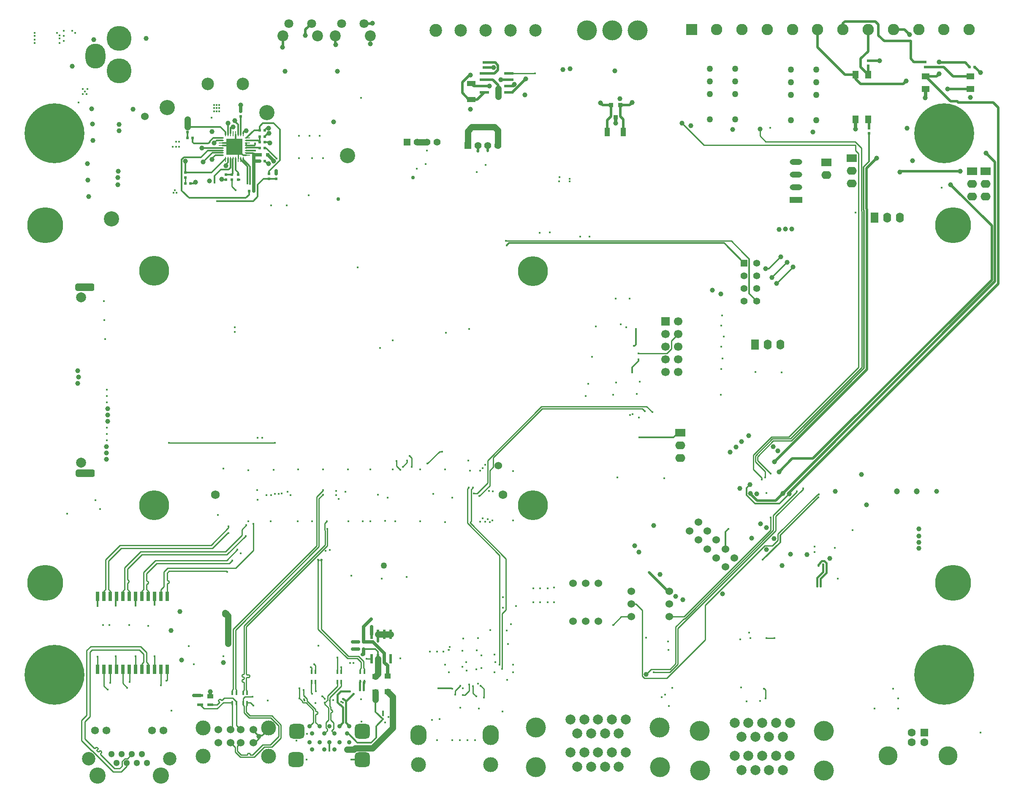
<source format=gbl>
G04 Layer_Physical_Order=6*
G04 Layer_Color=16711680*
%FSLAX44Y44*%
%MOMM*%
G71*
G01*
G75*
%ADD10C,0.3810*%
%ADD11C,0.2540*%
%ADD14R,0.5000X0.5000*%
%ADD15R,0.5000X0.5000*%
%ADD23R,0.4500X0.4000*%
%ADD29R,0.9000X0.9500*%
%ADD30R,0.9000X0.9500*%
%ADD34R,0.8000X0.8000*%
%ADD35R,1.2000X1.1000*%
%ADD42R,0.5000X0.6000*%
%ADD44R,0.6000X0.5000*%
%ADD57R,0.5588X1.9812*%
%ADD58R,1.5000X1.3000*%
%ADD59R,1.3000X1.5000*%
%ADD67R,0.4000X0.9024*%
%ADD83C,0.2500*%
%ADD84C,0.3048*%
%ADD85C,0.6350*%
%ADD86C,0.5080*%
%ADD87C,1.2700*%
%ADD107C,1.5240*%
%ADD108C,1.7000*%
%ADD109R,1.7000X1.7000*%
%ADD110C,2.7000*%
%ADD111C,1.3000*%
%ADD112C,3.2500*%
%ADD113C,1.5748*%
%ADD114C,1.3970*%
%ADD115R,1.3970X1.3970*%
%ADD116C,0.9000*%
G04:AMPARAMS|DCode=117|XSize=3mm|YSize=3mm|CornerRadius=0.75mm|HoleSize=0mm|Usage=FLASHONLY|Rotation=90.000|XOffset=0mm|YOffset=0mm|HoleType=Round|Shape=RoundedRectangle|*
%AMROUNDEDRECTD117*
21,1,3.0000,1.5000,0,0,90.0*
21,1,1.5000,3.0000,0,0,90.0*
1,1,1.5000,0.7500,0.7500*
1,1,1.5000,0.7500,-0.7500*
1,1,1.5000,-0.7500,-0.7500*
1,1,1.5000,-0.7500,0.7500*
%
%ADD117ROUNDEDRECTD117*%
%ADD118C,3.0000*%
%ADD119C,1.4000*%
%ADD120R,1.4000X1.4000*%
%ADD121C,5.0000*%
%ADD122O,4.0000X5.0000*%
%ADD123C,3.8000*%
%ADD124R,1.6000X1.6000*%
%ADD125C,1.6000*%
%ADD126C,4.0000*%
%ADD127C,2.0000*%
%ADD128O,2.0000X1.6000*%
%ADD129R,2.0000X1.6000*%
%ADD130O,1.6000X2.0000*%
%ADD131R,1.6000X2.0000*%
%ADD132C,1.2700*%
%ADD133C,1.2000*%
%ADD134R,2.2860X2.2860*%
%ADD135C,2.2860*%
%ADD136C,2.5000*%
%ADD137O,2.5000X2.6000*%
%ADD138C,1.8000*%
%ADD139C,2.2000*%
%ADD140R,2.5000X1.2000*%
%ADD141O,2.5000X1.2000*%
%ADD142C,3.0000*%
%ADD143O,3.3000X4.0000*%
%ADD144C,3.0480*%
G04:AMPARAMS|DCode=145|XSize=1.524mm|YSize=3.81mm|CornerRadius=0.381mm|HoleSize=0mm|Usage=FLASHONLY|Rotation=90.000|XOffset=0mm|YOffset=0mm|HoleType=Round|Shape=RoundedRectangle|*
%AMROUNDEDRECTD145*
21,1,1.5240,3.0480,0,0,90.0*
21,1,0.7620,3.8100,0,0,90.0*
1,1,0.7620,1.5240,0.3810*
1,1,0.7620,1.5240,-0.3810*
1,1,0.7620,-1.5240,-0.3810*
1,1,0.7620,-1.5240,0.3810*
%
%ADD145ROUNDEDRECTD145*%
%ADD146C,1.7526*%
%ADD147C,0.4500*%
%ADD148C,1.0000*%
%ADD149C,0.7620*%
%ADD150C,0.4500*%
%ADD151C,12.0000*%
%ADD152C,7.2000*%
%ADD153C,6.0000*%
%ADD199R,1.1684X0.5334*%
%ADD200R,1.1684X0.9398*%
%ADD201R,1.1056X1.8000*%
%ADD202R,1.8000X1.1056*%
%ADD203R,0.7620X1.9050*%
%ADD204R,1.9812X0.5334*%
%ADD205R,3.3000X3.3000*%
%ADD206R,1.0160X0.2300*%
%ADD207R,0.2300X1.0160*%
%ADD208C,0.2032*%
D10*
X791210Y223350D02*
X792290Y224430D01*
X798830Y222970D02*
X800290Y224430D01*
X1726489Y442519D02*
Y462290D01*
X1714845Y430875D02*
X1726489Y442519D01*
X1722883Y465895D02*
X1726489Y462290D01*
X1720334Y444580D02*
Y459740D01*
X1717784Y465895D02*
X1722883D01*
X1708345Y432592D02*
X1720334Y444580D01*
X1708345Y415290D02*
Y432592D01*
X1714845Y415290D02*
Y430875D01*
X1710690Y458801D02*
X1717784Y465895D01*
X1710690Y457200D02*
Y458801D01*
X798830Y207010D02*
Y222970D01*
X791210Y207010D02*
Y223350D01*
X746760Y182855D02*
X757505Y172110D01*
X746760Y182855D02*
Y185420D01*
X762915Y184595D02*
X763315Y184195D01*
X762915Y184595D02*
Y184830D01*
X758325Y189420D02*
X762915Y184830D01*
X757260Y189420D02*
X758325D01*
X763315Y184195D02*
X778510Y199390D01*
X763315Y141725D02*
Y184195D01*
X753110Y204470D02*
X770890D01*
X746760Y198120D02*
X753110Y204470D01*
X746760Y185420D02*
Y198120D01*
X763315Y141725D02*
X770410Y134630D01*
X750410D02*
X757505Y141725D01*
Y172110D01*
X707585Y468630D02*
X707930Y468285D01*
X713740D02*
X714085Y468630D01*
D11*
X1790770Y854780D02*
Y1284227D01*
X1797050Y1169149D02*
Y1295400D01*
Y1169149D02*
X1798260Y1167939D01*
Y854621D02*
Y1167939D01*
X1651460Y715470D02*
X1790770Y854780D01*
X1655069Y711430D02*
X1798260Y854621D01*
X1615440Y528320D02*
Y553720D01*
X1620520Y557972D02*
X1667510Y604962D01*
X1620520Y527687D02*
Y557972D01*
X1625600Y555627D02*
X1680210Y610237D01*
X1625600Y527050D02*
Y555627D01*
X1336040Y379730D02*
X1344930D01*
X1357480Y235542D02*
Y367180D01*
X1344930Y379730D02*
X1357480Y367180D01*
X1415890Y907890D02*
X1430020Y922020D01*
X1415890Y891952D02*
Y907890D01*
X1406588Y882650D02*
X1415890Y891952D01*
X1350010Y882650D02*
X1406588D01*
X539750Y1297940D02*
X547250Y1290440D01*
X1629838Y507772D02*
Y520608D01*
X1708611Y599380D01*
X1710630D02*
X1711444Y600194D01*
X1708611Y599380D02*
X1710630D01*
X1711444Y600194D02*
Y600366D01*
X1315720Y354330D02*
X1336040D01*
X1299210Y337820D02*
X1315720Y354330D01*
X1357480Y235542D02*
X1362032Y230990D01*
X1407007D01*
X1483993Y307977D01*
X1618786Y496720D02*
X1629838Y507772D01*
X1441220Y350290D02*
X1443123D01*
X1424940Y334010D02*
X1441220Y350290D01*
X1412240Y354330D02*
X1441450D01*
X1424940Y260350D02*
Y334010D01*
X1428980Y258677D02*
Y330430D01*
X1143000Y1445260D02*
X1143000Y1445260D01*
X1090168Y1445260D02*
X1143000D01*
X1601470Y209550D02*
X1602740D01*
X1605280Y207010D01*
Y190500D02*
Y207010D01*
X1606550Y311150D02*
X1623060D01*
X1667510Y604962D02*
Y605790D01*
X1680210Y610237D02*
Y611558D01*
X1380490Y242570D02*
X1412873D01*
X1428980Y258677D01*
X1413510Y248920D02*
X1424940Y260350D01*
X1375410Y248920D02*
X1413510D01*
X1365250Y238760D02*
X1375410Y248920D01*
X514510Y1232060D02*
Y1232440D01*
X514754Y1232684D01*
X1588770Y668020D02*
X1615440Y641350D01*
X1588770Y668020D02*
Y675804D01*
X1620356Y707390D01*
X1584730Y677478D02*
X1618682Y711430D01*
X1584730Y664961D02*
Y677478D01*
Y664961D02*
X1604010Y645681D01*
Y633730D02*
Y645681D01*
X1593850Y1319530D02*
X1605280Y1308100D01*
X1593850Y1319530D02*
Y1333500D01*
X1605280Y1308100D02*
X1784350D01*
X1797050Y1295400D01*
X1437640Y1344930D02*
X1481137Y1301433D01*
X1785303D01*
Y1289694D02*
Y1301433D01*
Y1289694D02*
X1790770Y1284227D01*
X1617009Y715470D02*
X1651460D01*
X1580690Y679151D02*
X1617009Y715470D01*
X1580690Y649951D02*
Y679151D01*
X1597660Y629920D02*
Y632981D01*
X1580690Y649951D02*
X1597660Y632981D01*
X1618682Y711430D02*
X1655069D01*
X1620356Y707390D02*
X1657101D01*
X1657226Y707514D01*
X441960Y1224280D02*
Y1235710D01*
X1603332Y496720D02*
X1618786D01*
X1483993Y307977D02*
Y377382D01*
X1441450Y354330D02*
X1615440Y528320D01*
X1443123Y350290D02*
X1620520Y527687D01*
X1428980Y330430D02*
X1625600Y527050D01*
X1483993Y377382D02*
X1603332Y496720D01*
X753942Y183670D02*
Y184571D01*
X757093Y181420D02*
X757260D01*
X716280Y194310D02*
X716320D01*
X721020Y189610D01*
X678303Y188560D02*
X679041D01*
X680553Y186310D02*
X680720D01*
X302260Y250225D02*
Y274990D01*
X303530Y248955D02*
X304800Y250225D01*
X265430Y248955D02*
Y273720D01*
X379730Y248955D02*
Y274990D01*
X302260Y250225D02*
X303530Y248955D01*
X707585Y329355D02*
Y468630D01*
X792290Y242930D02*
Y243692D01*
Y249474D01*
X794020Y251204D01*
X707585Y329355D02*
X766430Y270510D01*
X794020Y251204D02*
Y262890D01*
X766430Y270510D02*
X786400D01*
X794020Y262890D01*
X714085Y329275D02*
X768310Y275050D01*
X800290Y243692D02*
Y249474D01*
X798560Y251204D02*
X800290Y249474D01*
Y242930D02*
Y243692D01*
X714085Y329275D02*
Y468630D01*
X798560Y251204D02*
Y264771D01*
X768310Y275050D02*
X788280D01*
X798560Y264771D01*
X534670Y1217930D02*
Y1232060D01*
Y1217930D02*
X542290Y1210310D01*
X600550Y1295400D02*
X603250D01*
X624840Y1273810D01*
X458470Y196250D02*
X458520Y196200D01*
X678303Y188560D02*
X680553Y186310D01*
X753942Y184571D02*
X757093Y181420D01*
X547250Y1273940D02*
Y1290440D01*
X514510Y1232060D02*
X523240D01*
D14*
X798830Y289560D02*
D03*
X788830D02*
D03*
X798830Y303530D02*
D03*
X788830D02*
D03*
X590710Y1268730D02*
D03*
X600710D02*
D03*
X600550Y1295400D02*
D03*
X590550D02*
D03*
X590710Y1330960D02*
D03*
X600710D02*
D03*
D15*
X441960Y1245710D02*
D03*
Y1235710D02*
D03*
X445770Y1327150D02*
D03*
Y1337150D02*
D03*
X1040130Y1466850D02*
D03*
Y1456850D02*
D03*
D23*
X848700Y152590D02*
D03*
X838200Y148590D02*
D03*
Y156590D02*
D03*
X731520Y185610D02*
D03*
X721020Y181610D02*
D03*
Y189610D02*
D03*
X746760Y185420D02*
D03*
X757260Y189420D02*
D03*
Y181420D02*
D03*
X670220Y190310D02*
D03*
X680720Y194310D02*
D03*
Y186310D02*
D03*
D29*
X1294790Y1381560D02*
D03*
X1304290Y1356560D02*
D03*
D30*
X1313790Y1381560D02*
D03*
D34*
X591820Y1281430D02*
D03*
X606820D02*
D03*
D35*
X822960Y233940D02*
D03*
Y202940D02*
D03*
X847090Y235210D02*
D03*
Y204210D02*
D03*
D42*
X569040Y1209040D02*
D03*
X579040D02*
D03*
X441960Y1224280D02*
D03*
X451960D02*
D03*
X455850Y1315720D02*
D03*
X445850D02*
D03*
X600550Y1318260D02*
D03*
X590550D02*
D03*
X600630Y1306830D02*
D03*
X590630D02*
D03*
X2014220Y1457960D02*
D03*
X2024220D02*
D03*
D44*
X623570Y1243330D02*
D03*
Y1233330D02*
D03*
X609600Y1243330D02*
D03*
Y1233330D02*
D03*
X552450Y1358900D02*
D03*
Y1368900D02*
D03*
X547370Y1232060D02*
D03*
Y1242060D02*
D03*
X523240D02*
D03*
Y1232060D02*
D03*
X534670Y1242060D02*
D03*
Y1232060D02*
D03*
X1811020Y1460500D02*
D03*
Y1470500D02*
D03*
X1812290Y1324690D02*
D03*
Y1334690D02*
D03*
X1925320Y1468120D02*
D03*
Y1458120D02*
D03*
D57*
X815340Y270002D02*
D03*
X828040D02*
D03*
X840740D02*
D03*
X853440D02*
D03*
Y319278D02*
D03*
X840740D02*
D03*
X828040D02*
D03*
X815340D02*
D03*
D58*
X1925490Y1413510D02*
D03*
Y1438910D02*
D03*
X2015490Y1413510D02*
D03*
Y1438910D02*
D03*
D59*
X1785620Y1442720D02*
D03*
X1811020D02*
D03*
X1785620Y1352720D02*
D03*
X1811020D02*
D03*
D67*
X746380Y243692D02*
D03*
X754380D02*
D03*
X746380Y223668D02*
D03*
X754380D02*
D03*
X702500D02*
D03*
X694500D02*
D03*
X800290D02*
D03*
X792290D02*
D03*
X557340Y201182D02*
D03*
X565340D02*
D03*
X557340Y181158D02*
D03*
X565340D02*
D03*
X543750D02*
D03*
X535750D02*
D03*
X702500Y243692D02*
D03*
X694500D02*
D03*
X800290D02*
D03*
X792290D02*
D03*
X543750Y201182D02*
D03*
X535750D02*
D03*
D83*
X694119Y224049D02*
X694500Y224430D01*
X694079Y224009D02*
X694119Y224049D01*
X694079Y223668D02*
Y224009D01*
Y201271D02*
Y223668D01*
X557340Y201182D02*
Y205420D01*
Y200420D02*
Y201182D01*
X565340Y181920D02*
X571860D01*
X517800D02*
X535750D01*
X732660Y147061D02*
X738886Y140835D01*
Y129606D02*
Y140835D01*
X734660Y125380D02*
X738886Y129606D01*
X556226Y223480D02*
X557840D01*
Y238480D02*
X559090Y239730D01*
X554976Y234730D02*
X556226Y233480D01*
X557840Y223480D02*
X559090Y222230D01*
X556226Y238480D02*
X557840D01*
X554976Y234730D02*
Y237230D01*
X556226Y233480D02*
X557840D01*
X559090Y229730D02*
Y232230D01*
X557840Y228480D02*
X559090Y229730D01*
X554976Y224730D02*
Y227230D01*
X556226Y228480D01*
X554976Y224730D02*
X556226Y223480D01*
Y228480D02*
X557840D01*
X554976Y237230D02*
X556226Y238480D01*
X557840Y233480D02*
X559090Y232230D01*
X721940Y498724D02*
Y527050D01*
X559090Y335874D02*
X721940Y498724D01*
X559090Y239730D02*
Y335874D01*
Y207170D02*
Y222230D01*
X325830Y421540D02*
X328330Y424040D01*
X325830Y429040D02*
X328330Y426540D01*
X325830Y408880D02*
Y421540D01*
X328330Y424040D02*
Y426540D01*
X524812Y478790D02*
X562610Y516588D01*
X354632Y478790D02*
X524812D01*
X325830Y449988D02*
X354632Y478790D01*
X325830Y429040D02*
Y449988D01*
Y408880D02*
X328930Y405780D01*
X407673Y421520D02*
X408923Y422770D01*
X406380Y421520D02*
X407673D01*
X405130Y427770D02*
X406380Y426520D01*
X407673D01*
X405130Y420270D02*
X406380Y421520D01*
X408923Y422770D02*
Y425270D01*
X407673Y426520D02*
X408923Y425270D01*
X405130Y427770D02*
Y441960D01*
Y395005D02*
Y420270D01*
X408940Y445770D02*
X524510D01*
X405130Y441960D02*
X408940Y445770D01*
X365180Y420250D02*
X365996D01*
X363930Y419000D02*
X365180Y420250D01*
Y425250D02*
X365996D01*
X363930Y426500D02*
Y441098D01*
Y408880D02*
Y419000D01*
Y426500D02*
X365180Y425250D01*
X365996D02*
X367246Y424000D01*
Y421500D02*
Y424000D01*
X365996Y420250D02*
X367246Y421500D01*
X529590Y461010D02*
X535940Y467360D01*
X383842Y461010D02*
X529590D01*
X363930Y441098D02*
X383842Y461010D01*
X363930Y408880D02*
X367030Y405780D01*
X492910Y497990D02*
X528320Y533400D01*
X310030Y497990D02*
X492910D01*
X281230Y469190D02*
X310030Y497990D01*
X281230Y408880D02*
Y469190D01*
X278130Y405780D02*
X281230Y408880D01*
X392430Y395005D02*
Y408472D01*
X398630Y414672D01*
X357430Y408880D02*
Y443790D01*
X319330Y408880D02*
Y452680D01*
X1031240Y596900D02*
X1051670Y617330D01*
X1026795Y601980D02*
X1047670Y622855D01*
X576580Y76870D02*
X596900Y97190D01*
X612140D01*
X579700Y72370D02*
X600020Y92690D01*
X615260D01*
X515011Y186751D02*
X519430Y191170D01*
X507935Y184987D02*
Y186755D01*
X511471Y188523D02*
X513243Y186751D01*
X515011D01*
X507935Y184987D02*
X510540Y182382D01*
X509703Y188523D02*
X511471D01*
X510540Y182280D02*
Y182382D01*
X507935Y186755D02*
X509703Y188523D01*
X536139Y191170D02*
X543750Y183559D01*
X519430Y191170D02*
X536139D01*
X505460Y177200D02*
X510540Y182280D01*
X705372Y163630D02*
X706622Y162380D01*
X705372Y158630D02*
X706622Y159880D01*
X703910Y158630D02*
X705372D01*
X702660Y157380D02*
X703910Y158630D01*
X702660Y164880D02*
X703910Y163630D01*
X702660Y164880D02*
Y168574D01*
X706622Y159880D02*
Y162380D01*
X702660Y142380D02*
Y157380D01*
X703910Y163630D02*
X705372D01*
X685720Y185514D02*
Y189449D01*
Y185514D02*
X702660Y168574D01*
Y142380D02*
X710410Y134630D01*
X571970Y76870D02*
X576580D01*
X565470D02*
X566220Y77620D01*
X546100Y84490D02*
Y94650D01*
X566220Y77620D02*
Y79561D01*
X546100Y84490D02*
X553720Y76870D01*
X612140Y97190D02*
X628650Y113700D01*
X571220Y77620D02*
X571970Y76870D01*
X571220Y77620D02*
Y79561D01*
X566970Y80311D02*
X570470D01*
X566220Y79561D02*
X566970Y80311D01*
X553720Y76870D02*
X565470D01*
X570470Y80311D02*
X571220Y79561D01*
X546100Y94650D02*
X552450Y101000D01*
X628650Y113700D02*
Y135302D01*
X612842Y151110D02*
X628650Y135302D01*
X569346Y151110D02*
X612842D01*
X559090Y161366D02*
X569346Y151110D01*
X559090Y161366D02*
Y175170D01*
X633150Y110580D02*
Y137166D01*
X615260Y92690D02*
X633150Y110580D01*
X551856Y72370D02*
X579700D01*
X561340Y193710D02*
X576580D01*
X557530Y189900D02*
X561340Y193710D01*
X557530Y182110D02*
Y189900D01*
X557340Y181920D02*
X557530Y182110D01*
X571860Y181920D02*
X577850Y175930D01*
X478790Y169580D02*
X505460D01*
X517800Y181920D01*
X543750Y181158D02*
Y183559D01*
X532450Y101000D02*
X541600Y91850D01*
Y82626D02*
Y91850D01*
Y82626D02*
X551856Y72370D01*
X614706Y155610D02*
X633150Y137166D01*
X571210Y155610D02*
X614706D01*
X563590Y163230D02*
X571210Y155610D01*
X563590Y163230D02*
Y175170D01*
X565340Y176920D01*
X557340D02*
X559090Y175170D01*
X543750Y135900D02*
X552450Y127200D01*
X532450D02*
X535750Y130500D01*
X698160Y142380D02*
Y166710D01*
X683310Y181560D02*
X698160Y166710D01*
X677331Y181560D02*
X683310D01*
X726520Y195110D02*
X746380Y214970D01*
X726520Y186971D02*
Y195110D01*
X721159Y181610D02*
X726520Y186971D01*
X721020Y181610D02*
X721159D01*
X731520Y191770D02*
X754380Y214630D01*
X731520Y185610D02*
Y191770D01*
X723160Y142061D02*
X728160Y147061D01*
X723160Y131627D02*
X726160Y128627D01*
Y125380D02*
Y128627D01*
X723160Y131627D02*
Y142061D01*
X721020Y178360D02*
Y181610D01*
X720410Y119630D02*
X726160Y125380D01*
X731520Y174224D02*
Y185610D01*
X702500Y205550D02*
X703580Y204470D01*
X694079Y201271D02*
X695397Y199953D01*
X678370Y196660D02*
X680720Y194310D01*
X678370Y196660D02*
Y207200D01*
X670220Y190310D02*
Y210186D01*
X683970Y191060D02*
X684109D01*
X685720Y189449D01*
X680720Y194310D02*
X683970Y191060D01*
X675720Y183171D02*
Y184810D01*
X690410Y134630D02*
X698160Y142380D01*
X670220Y190310D02*
X675720Y184810D01*
Y183171D02*
X677331Y181560D01*
X354330Y259730D02*
X357430Y262830D01*
X363930Y262830D02*
X367030Y259730D01*
X363930Y262830D02*
Y282202D01*
X233600Y142109D02*
Y146251D01*
X240030Y139347D02*
X240100Y139417D01*
X254302Y287690D02*
X349250D01*
X251610Y294190D02*
X351942D01*
X363930Y282202D01*
X349250Y287690D02*
X357430Y279510D01*
Y262830D02*
Y279510D01*
X256660Y91990D02*
X257153D01*
X240030Y108620D02*
X256660Y91990D01*
X240030Y108620D02*
Y139347D01*
X253967Y85490D02*
X254461D01*
X233530Y105928D02*
Y142039D01*
Y105928D02*
X253967Y85490D01*
X296961Y42990D02*
X312572D01*
X254461Y85490D02*
X296961Y42990D01*
X323930Y54348D02*
Y60340D01*
X312572Y42990D02*
X323930Y54348D01*
X278130Y215030D02*
X285480Y207680D01*
X316230Y220380D02*
X325120Y211490D01*
Y211346D02*
Y211490D01*
X330200Y222920D02*
Y247445D01*
X392430Y216570D02*
X392502Y216498D01*
X403860Y225460D02*
X405130Y226730D01*
X328930Y248955D02*
X330320Y247565D01*
X290830Y221650D02*
Y248955D01*
X278130Y215030D02*
Y248955D01*
X405130Y226730D02*
Y248955D01*
X392430Y216570D02*
Y248955D01*
X316230Y220380D02*
Y248955D01*
X367030D02*
Y259730D01*
X354330Y248955D02*
Y259730D01*
X299653Y49490D02*
X309880D01*
X314680Y54290D01*
Y64172D01*
X320098Y69590D01*
X325480D01*
X334030Y78140D01*
X269459Y85101D02*
X271227D01*
X258796Y90347D02*
X260564D01*
X262388Y92172D02*
X264156D01*
X271171Y79741D02*
X272995Y81565D01*
X264100Y85044D02*
X265867Y83276D01*
X264100Y86812D02*
X265924Y88636D01*
Y90404D01*
X260564Y90347D02*
X262388Y92172D01*
X265867Y83276D02*
X267635D01*
X269459Y85101D01*
X271171Y77973D02*
X299653Y49490D01*
X272995Y81565D02*
Y83333D01*
X264100Y85044D02*
Y86812D01*
X264156Y92172D02*
X265924Y90404D01*
X271171Y77973D02*
Y79741D01*
X257153Y91990D02*
X258796Y90347D01*
X271227Y85101D02*
X272995Y83333D01*
X491490Y177200D02*
X505460D01*
X471170D02*
X478790Y169580D01*
X721020Y178360D02*
X728160Y171220D01*
Y147061D02*
Y171220D01*
X731520Y174224D02*
X732660Y173084D01*
X734660Y125380D02*
X740410Y119630D01*
X732660Y168271D02*
Y173084D01*
X734676Y167021D02*
X735926Y165771D01*
X732660Y168271D02*
X733910Y167021D01*
Y162021D02*
X734676D01*
X733910Y167021D02*
X734676D01*
Y162021D02*
X735926Y163271D01*
X732660Y160771D02*
X733910Y162021D01*
X732660Y147061D02*
Y160771D01*
X735926Y163271D02*
Y165771D01*
X543750Y135900D02*
Y181158D01*
X754380Y214630D02*
Y223668D01*
Y224430D01*
X565340Y176920D02*
Y181158D01*
Y181920D01*
X746380Y214970D02*
Y223668D01*
Y224430D01*
X702500Y205550D02*
Y223668D01*
Y224430D01*
X557340Y176920D02*
Y181158D01*
Y181920D01*
X535750Y130500D02*
Y181158D01*
Y181920D01*
X982980Y205740D02*
X993140Y215900D01*
X982980Y198120D02*
Y205740D01*
X1001950Y196770D02*
X1010920Y205740D01*
X998140Y196770D02*
X1001950D01*
X1010920Y205740D02*
Y218440D01*
X1040130Y191770D02*
Y209550D01*
X1033780Y215900D02*
X1040130Y209550D01*
X233530Y146321D02*
X243840Y156631D01*
Y286420D01*
X251610Y294190D01*
X240100Y139417D02*
Y143699D01*
X250340Y153939D01*
Y283728D01*
X254302Y287690D01*
X341630Y248955D02*
Y274990D01*
X319330Y452680D02*
X351940Y485290D01*
X316230Y395005D02*
Y405780D01*
X319330Y408880D01*
X328930Y395005D02*
Y405780D01*
X357430Y443790D02*
X381150Y467510D01*
X367030Y395005D02*
Y405780D01*
X354330Y395005D02*
Y405780D01*
X357430Y408880D01*
X398630Y414672D02*
Y444652D01*
X406248Y452270D01*
X702500Y242930D02*
Y243692D01*
X754380Y242930D02*
Y243692D01*
X746380Y242930D02*
Y243692D01*
X1071880Y257930D02*
Y477520D01*
X1007110Y542290D02*
X1071880Y477520D01*
X1076960Y249350D02*
Y360680D01*
X1084580Y368300D01*
Y470779D01*
X1012190Y543169D02*
X1084580Y470779D01*
X287730Y408880D02*
X290830Y405780D01*
Y395005D02*
Y405780D01*
X287730Y466498D02*
X312722Y491490D01*
X495602D01*
X528320Y533400D02*
Y535940D01*
X495602Y491490D02*
X526082Y521970D01*
X528320D01*
X381150Y467510D02*
X524510D01*
X545950Y488950D01*
X351940Y485290D02*
X522120D01*
X554990Y518160D02*
Y529336D01*
X563880Y538226D01*
X522120Y485290D02*
X554990Y518160D01*
X406248Y452270D02*
X542440D01*
X577850Y487680D01*
Y541020D01*
X524510Y445770D02*
X525780Y444500D01*
X535750Y200420D02*
Y201182D01*
Y206944D01*
X537500Y208694D01*
Y329234D01*
X704850Y496584D01*
X543750Y201182D02*
Y206944D01*
X542000Y208694D02*
Y327370D01*
Y208694D02*
X543750Y206944D01*
X542000Y327370D02*
X709350Y494720D01*
X563590Y207170D02*
Y231710D01*
X564840Y232960D01*
X563590Y207170D02*
X565340Y205420D01*
X563590Y239210D02*
X564840Y237960D01*
X563590Y239210D02*
Y334010D01*
X564840Y232960D02*
X568680D01*
X563590Y334010D02*
X726440Y496860D01*
X564840Y237960D02*
X568680D01*
X565340Y200420D02*
Y201182D01*
Y205420D01*
X568680Y232960D02*
X569930Y234210D01*
Y236710D01*
X568680Y237960D02*
X569930Y236710D01*
X557340Y205420D02*
X559090Y207170D01*
X726440Y496860D02*
Y530860D01*
X720940Y528050D02*
X721940Y527050D01*
X720940Y528050D02*
Y541870D01*
X725170Y546100D01*
X717550Y607880D02*
Y608330D01*
X704850Y496584D02*
Y595180D01*
X717550Y607880D01*
X709350Y494720D02*
Y591240D01*
X717550Y599440D01*
X804418Y270002D02*
X815340D01*
X951230Y685800D02*
X956310D01*
X927100Y661670D02*
X951230Y685800D01*
X895350Y655320D02*
Y673100D01*
X891540Y676910D02*
X895350Y673100D01*
X877398Y655148D02*
X886460Y664210D01*
Y668020D01*
X864990Y656470D02*
Y666870D01*
Y656470D02*
X872490Y648970D01*
X1155700Y775970D02*
X1366520D01*
X1377730Y764760D01*
X1019810Y601980D02*
X1026795D01*
X1157357Y771970D02*
X1357820D01*
X1362710Y767080D01*
X1084580Y1108710D02*
X1535897D01*
X1559560Y1085047D01*
X694500Y243692D02*
Y251650D01*
X693420Y252730D02*
X694500Y251650D01*
X699770Y259080D02*
X702500Y256350D01*
Y243692D02*
Y256350D01*
X754380Y243692D02*
Y252730D01*
X746380Y243692D02*
Y272670D01*
X408940Y703580D02*
X621030D01*
X1051670Y647700D02*
X1058970Y655000D01*
X1051670Y617330D02*
Y647700D01*
X1058970Y673583D02*
X1157357Y771970D01*
X1047670Y622855D02*
Y667940D01*
X1155700Y775970D01*
X1058970Y655000D02*
Y673583D01*
X287730Y408880D02*
Y466498D01*
X278130Y395005D02*
Y405780D01*
X1018540Y200660D02*
Y214630D01*
Y200660D02*
X1024890Y194310D01*
X1012190Y543169D02*
X1014810Y545789D01*
Y609680D01*
X1007110Y542290D02*
X1007190Y542370D01*
X1014810Y609680D02*
X1018540Y613410D01*
X1009650Y613344D02*
Y613872D01*
X1007190Y610883D02*
X1009650Y613344D01*
X1007190Y542370D02*
Y610883D01*
D84*
X1801344Y1170928D02*
Y1256763D01*
Y1170928D02*
X1802554Y1169718D01*
Y852843D02*
Y1169718D01*
X1657226Y707514D02*
X1802554Y852843D01*
X969199Y287247D02*
X970225D01*
X1420680Y714560D02*
X1430020Y723900D01*
X1351730Y714560D02*
X1420680D01*
X1572109Y1003451D02*
X1587500Y988060D01*
X1572109Y1003451D02*
Y1072498D01*
X1341120Y897890D02*
X1342390D01*
X1344930Y900430D01*
Y932180D01*
X1337310Y854710D02*
X1350010Y867410D01*
Y871220D01*
X1337310Y844550D02*
Y854710D01*
X586740Y1197610D02*
Y1221740D01*
X577850Y1188720D02*
X586740Y1197610D01*
X505460Y1188720D02*
X577850D01*
X500380Y1239520D02*
X512445Y1251585D01*
X500380Y1225550D02*
Y1239520D01*
X490705Y1308399D02*
X497746Y1315440D01*
X490705Y1307315D02*
Y1308399D01*
X487680Y1304290D02*
X490705Y1307315D01*
X569040Y1201500D02*
Y1209040D01*
X562610Y1195070D02*
X569040Y1201500D01*
X448772Y1195070D02*
X562610D01*
X433936Y1209906D02*
X448772Y1195070D01*
X433936Y1209906D02*
Y1272054D01*
X438636Y1276754D01*
X472844D01*
X486530Y1290440D01*
X515710Y1295400D02*
X515750Y1295440D01*
X477520Y1267460D02*
X495500Y1285440D01*
X495300Y1273810D02*
X501930Y1280440D01*
X1598930Y468630D02*
X1634132Y503832D01*
Y517802D01*
X1710690Y594360D01*
X1633220Y581660D02*
X1652270Y600710D01*
X1583772Y581660D02*
X1633220D01*
X1566776Y598656D02*
X1583772Y581660D01*
X1605280Y1052830D02*
X1611630D01*
X1635760Y1076960D01*
X1617980Y1035050D02*
X1648460Y1065530D01*
X1626870Y1023620D02*
X1628140D01*
X1659890Y1055370D01*
X441960Y1245710D02*
X494020D01*
X586740Y1221740D02*
X598330Y1233330D01*
X441960Y1245710D02*
Y1268730D01*
X598330Y1233330D02*
X609600D01*
X623570D01*
X539750Y1297940D02*
X542250Y1300440D01*
X515750Y1305440D02*
X532250D01*
X580350Y1300440D02*
X581660Y1301750D01*
Y1304290D01*
X560070Y1329690D02*
X563880D01*
X557250Y1326870D02*
X560070Y1329690D01*
X527050Y1344930D02*
X527250Y1344730D01*
X512084Y1337150D02*
X522250Y1326984D01*
X445770Y1337150D02*
X512084D01*
X557250Y1280440D02*
X563750D01*
X537250Y1300440D02*
X539750Y1297940D01*
X547370Y1242060D02*
Y1245870D01*
X523240Y1242060D02*
X534670D01*
X536424Y1273114D02*
X537250Y1273940D01*
X458470Y1304290D02*
X487680D01*
X445770Y1327150D02*
X445850Y1327070D01*
Y1315720D02*
Y1327070D01*
X455850Y1306910D02*
X458470Y1304290D01*
X455850Y1306910D02*
Y1315720D01*
X590236Y1295714D02*
X590550Y1295400D01*
X579270Y1330960D02*
X590710D01*
X590550Y1318260D02*
X590630Y1318180D01*
Y1306830D02*
Y1318180D01*
X587020Y1310440D02*
X590630Y1306830D01*
X609600D02*
X610870Y1305560D01*
X600630Y1306830D02*
X609600D01*
X495300Y1272540D02*
Y1273810D01*
X459740Y1224280D02*
X462280Y1226820D01*
X451960Y1224280D02*
X459740D01*
X541020Y1348740D02*
X547250Y1342510D01*
X541020Y1348740D02*
Y1350010D01*
X1911801Y515860D02*
Y516492D01*
X1566776Y598656D02*
Y613006D01*
X1573530Y619760D01*
X1812290Y1267709D02*
Y1324690D01*
X1659890Y1055370D02*
Y1056640D01*
X1801344Y1256763D02*
X1812290Y1267709D01*
X1430020Y723900D02*
X1433830D01*
X486530Y1290440D02*
X513718D01*
X515750D01*
X527250Y1271908D02*
Y1273940D01*
X501930Y1280440D02*
X513718D01*
X515750D01*
X522250Y1321940D02*
Y1323972D01*
Y1326984D01*
X563750Y1300440D02*
X565782D01*
X580350D01*
X557250Y1323972D02*
Y1326870D01*
X513718Y1310440D02*
X515750D01*
X563750D02*
X565782D01*
X587020D01*
X547250Y1321940D02*
Y1323972D01*
Y1342510D01*
X552250Y1271908D02*
Y1273940D01*
X557250Y1271908D02*
Y1273940D01*
X552250Y1321940D02*
Y1323972D01*
X542250Y1271908D02*
Y1273940D01*
X497746Y1315440D02*
X513718D01*
X515750D01*
X495500Y1285440D02*
X513718D01*
X515750D01*
X527250Y1321940D02*
Y1323972D01*
Y1344730D01*
X563750Y1290440D02*
X565782D01*
X527250Y1266390D02*
Y1271908D01*
X542250Y1250990D02*
X547370Y1245870D01*
X542250Y1250990D02*
Y1271908D01*
X512445Y1251585D02*
X527685D01*
X534670Y1242060D02*
X536424Y1243814D01*
X527685Y1251585D02*
X531876Y1255776D01*
X523240Y1262380D02*
X527250Y1266390D01*
X523240Y1259840D02*
Y1262380D01*
X565782Y1290440D02*
X565902Y1290320D01*
X576774Y1285046D02*
X579040Y1282780D01*
X563750Y1285166D02*
X563870Y1285046D01*
X532250Y1324940D02*
Y1335920D01*
X535820D02*
X537210Y1337310D01*
X532250Y1335920D02*
X535820D01*
X498729Y1305179D02*
X503990Y1310440D01*
X498729Y1305075D02*
Y1305179D01*
X503990Y1310440D02*
X513718D01*
X1524180Y490401D02*
Y524691D01*
X1530350Y530860D01*
X577450Y101000D02*
X581660D01*
X589280Y108620D02*
Y113700D01*
X581660Y101000D02*
X589280Y108620D01*
X577450Y125530D02*
X589280Y113700D01*
X577450Y125530D02*
Y127200D01*
X608150Y127490D02*
Y130700D01*
X596030Y115370D02*
X608150Y127490D01*
X828040Y270002D02*
Y284480D01*
X822960Y289560D02*
X828040Y284480D01*
X798830Y289560D02*
X822960D01*
Y163303D02*
Y187960D01*
Y163303D02*
X837673Y148590D01*
X838200D01*
Y156590D02*
Y163830D01*
X774700Y67310D02*
X775020Y67630D01*
X796110D01*
X730250Y85090D02*
X730410Y85250D01*
Y102630D01*
X265430Y375320D02*
Y395005D01*
X302260Y376590D02*
Y393735D01*
X303530Y395005D01*
X341630Y376590D02*
Y395005D01*
X379730Y377860D02*
Y395005D01*
X1559560Y1085047D02*
X1572109Y1072498D01*
X1090466Y1104436D02*
X1521924D01*
X1085850Y1099820D02*
X1090466Y1104436D01*
X1521924D02*
X1562100Y1064260D01*
X563750Y1295440D02*
Y1295714D01*
X590236D01*
X563870Y1285046D02*
X576774D01*
X590710Y1330960D02*
Y1338740D01*
X552250Y1358700D02*
X552450Y1358900D01*
X552250Y1323972D02*
Y1358700D01*
X565902Y1290320D02*
X581660D01*
X600710Y1268730D02*
X605790Y1263650D01*
X608330D01*
X590710Y1338740D02*
X596900Y1344930D01*
X618490D01*
X600710Y1330960D02*
X604520Y1334770D01*
X608330D01*
X600550Y1318260D02*
X606900Y1324610D01*
X609600D01*
X618490Y1344930D02*
X631384Y1332036D01*
X609600Y1248492D02*
X631384Y1270276D01*
Y1332036D01*
X609600Y1243330D02*
Y1248492D01*
X563750Y1315440D02*
X579270Y1330960D01*
X542250Y1300440D02*
Y1321940D01*
X532250Y1305440D02*
X537250Y1300440D01*
X474980Y1295400D02*
X515710D01*
X563750Y1300440D02*
Y1305440D01*
X557250Y1271908D02*
X571500Y1257658D01*
Y1223010D02*
Y1257658D01*
X566420Y1224280D02*
Y1257738D01*
X948690Y210820D02*
X975360D01*
X976630Y209550D01*
X531876Y1255776D02*
Y1273940D01*
X536424Y1243814D02*
Y1273114D01*
X494020Y1245710D02*
X522250Y1273940D01*
X824230Y134620D02*
X838200Y148590D01*
X824230Y111760D02*
Y134620D01*
X814070Y101600D02*
X824230Y111760D01*
X786130Y101600D02*
X814070D01*
X768100Y119630D02*
X786130Y101600D01*
X765410Y119630D02*
X768100D01*
X589280Y115370D02*
X596030D01*
X515750Y1300440D02*
X537250D01*
X547250Y1290440D02*
X557250Y1280440D01*
X552250Y1271908D02*
X566420Y1257738D01*
D85*
X623570Y1243330D02*
Y1249680D01*
X579040Y1268810D02*
X579120Y1268730D01*
X579040Y1209040D02*
Y1268810D01*
X579120Y1268730D02*
X590710D01*
X552450Y1368900D02*
Y1381760D01*
X1304290Y1344930D02*
Y1356560D01*
X1925490Y1395900D02*
Y1413510D01*
X1925320Y1395730D02*
X1925490Y1395900D01*
X1785620Y1333500D02*
Y1352720D01*
X579040Y1268810D02*
Y1282780D01*
X580390Y1281430D02*
X591820D01*
X579040Y1282780D02*
X580390Y1281430D01*
X798830Y303530D02*
X817757D01*
X815340Y334010D02*
X815340Y334010D01*
X815340Y319278D02*
Y334010D01*
X777240Y303530D02*
X788830D01*
X777240Y289560D02*
X788830D01*
X798830Y279400D02*
Y289560D01*
Y303530D02*
Y334010D01*
X814070Y349250D01*
X797560Y278130D02*
X798830Y279400D01*
X796290Y278130D02*
X797560D01*
X491490Y194168D02*
Y203870D01*
X840740Y262636D02*
X847090Y256286D01*
Y235210D02*
Y256286D01*
X840740Y270002D02*
Y280547D01*
X817757Y303530D02*
X840740Y280547D01*
Y262636D02*
Y267970D01*
X618490Y1268730D02*
Y1269760D01*
X606820Y1281430D02*
X618490Y1269760D01*
X458520Y196200D02*
X471170D01*
D86*
X1806908Y1173233D02*
Y1254458D01*
Y1173233D02*
X1808118Y1172023D01*
Y850538D02*
Y1172023D01*
X1623060Y665480D02*
X1808118Y850538D01*
X2024380Y1457960D02*
X2035810Y1446530D01*
X2024220Y1457960D02*
X2024380D01*
X1371600Y443230D02*
X1409700Y405130D01*
X1412240D01*
X1027440Y1289050D02*
X1028070Y1288420D01*
X1047750Y1289050D02*
X1048070Y1289370D01*
Y1300480D01*
X1588201Y587224D02*
X1624814D01*
X1574800Y600625D02*
X1588201Y587224D01*
X1574800Y600625D02*
Y601980D01*
X1624814Y587224D02*
X1639570Y601980D01*
X681990Y1521460D02*
Y1533000D01*
X694330Y1545340D01*
X636270Y1497330D02*
X636780Y1497840D01*
Y1520440D01*
X742190Y1503170D02*
Y1520440D01*
Y1503170D02*
X742950Y1502410D01*
X799740Y1545340D02*
X816360D01*
X816610Y1545590D01*
X1097280Y1407160D02*
X1123950Y1433830D01*
X1100729Y1423393D02*
X1102360Y1421762D01*
X1014730Y1392884D02*
X1026616D01*
X1040892Y1407160D01*
X1014730Y1424940D02*
X1019810Y1419860D01*
X1074420Y1432560D02*
X1090168D01*
X1040130Y1466850D02*
X1062990D01*
X1068380Y1451920D02*
Y1461460D01*
X1040130Y1456850D02*
X1059340D01*
X1062990Y1466850D02*
X1068380Y1461460D01*
X1061720Y1445260D02*
X1068380Y1451920D01*
X1010999Y1441450D02*
X1013460D01*
X996950Y1427401D02*
X1010999Y1441450D01*
X996950Y1405890D02*
Y1427401D01*
Y1405890D02*
X1009956Y1392884D01*
X1090168Y1407160D02*
X1097280D01*
X1040892Y1445260D02*
X1061720D01*
X1019810Y1419860D02*
X1040892D01*
X1051560D01*
X1090168D02*
X1100458D01*
X1040892Y1432560D02*
X1057910D01*
X1069340Y1421130D01*
Y1414780D02*
Y1421130D01*
X1332030Y1381560D02*
X1337310Y1386840D01*
X1313790Y1381560D02*
X1332030D01*
X1273810Y1385570D02*
X1277820Y1381560D01*
X1294790D01*
X1313790Y1358290D02*
Y1381560D01*
Y1358290D02*
X1319530Y1352550D01*
Y1327150D02*
Y1352550D01*
X1294790Y1358290D02*
Y1381560D01*
X1287474Y1350974D02*
X1294790Y1358290D01*
X1287474Y1327150D02*
Y1350974D01*
X1709420Y1497330D02*
Y1532890D01*
Y1497330D02*
X1764030Y1442720D01*
X1795780Y1457960D02*
Y1474470D01*
X1810650Y1489340D01*
Y1532890D01*
X1811020Y1470500D02*
X1833720D01*
X1833880Y1470660D01*
X1842770Y1510030D02*
X1896110D01*
X1831340Y1521460D02*
X1842770Y1510030D01*
X1831340Y1521460D02*
Y1543050D01*
X1760035Y1532890D02*
Y1545405D01*
X1925320Y1458120D02*
X1961990D01*
X1981200Y1438910D01*
X2015490D01*
X2005330Y1466850D02*
X2014220Y1457960D01*
X1954530Y1466850D02*
X2005330D01*
X1953260Y1468120D02*
X1954530Y1466850D01*
X1948180Y1438910D02*
X1953260Y1443990D01*
X1925490Y1438910D02*
X1948180D01*
X1969770Y1413510D02*
X2015490D01*
X1812290Y1334690D02*
Y1351450D01*
X1811020Y1352720D02*
X1812290Y1351450D01*
X1883410Y1532890D02*
X1893570Y1522730D01*
X1861266Y1532890D02*
X1883410D01*
X1785620Y1433830D02*
X1795780Y1423670D01*
X1880870D01*
X1887220Y1430020D01*
X1875790Y1248410D02*
X1995170D01*
X1874520Y1247140D02*
X1875790Y1248410D01*
X1639570Y601980D02*
X2065020Y1027430D01*
Y1267460D01*
X2047240Y1285240D02*
X2065020Y1267460D01*
X1652270Y603250D02*
X2071600Y1022580D01*
X1652270Y600710D02*
Y603250D01*
X2071600Y1022580D02*
Y1376450D01*
X1925490Y1438910D02*
X1975610Y1388790D01*
X1989276D02*
X1991226Y1386840D01*
X2061210D01*
X2071600Y1376450D01*
X1975610Y1388790D02*
X1989276D01*
X1976120Y1221740D02*
X2058440Y1139420D01*
Y1030155D02*
Y1139420D01*
X1700114Y671830D02*
X2058440Y1030155D01*
X1658620Y671830D02*
X1700114D01*
X1631950Y645160D02*
X1658620Y671830D01*
X1806908Y1254458D02*
X1827530Y1275080D01*
X1896110Y1474470D02*
Y1510030D01*
Y1474470D02*
X1902460Y1468120D01*
X1925320D01*
X1811020Y1442720D02*
Y1460500D01*
X1795780Y1457960D02*
X1811020Y1442720D01*
X1764030D02*
X1785620D01*
Y1433830D02*
Y1442720D01*
X828040Y304800D02*
Y319278D01*
X1100458Y1419860D02*
X1102360Y1421762D01*
X1009956Y1392884D02*
X1014730D01*
X1760035Y1545405D02*
X1764215Y1549585D01*
X1824805D01*
X1831340Y1543050D01*
X1028070Y1288420D02*
Y1300480D01*
D87*
X1069340Y1398270D02*
Y1414780D01*
X1008070Y1300480D02*
Y1329380D01*
X1016000Y1337310D01*
X1061720D01*
X1068070Y1330960D01*
Y1300480D02*
Y1330960D01*
X906150Y1306830D02*
X926150D01*
X822960Y233940D02*
X828040Y239020D01*
X822960Y187960D02*
Y202940D01*
X765410Y87630D02*
X779402D01*
X782252Y90480D01*
X816920D01*
X840740Y319278D02*
X853440D01*
X828040D02*
X840740D01*
X828040Y239020D02*
Y270002D01*
X527050Y300390D02*
Y356143D01*
X521243Y361950D02*
X523240Y359953D01*
X527050Y356143D01*
X445770Y1337500D02*
Y1352550D01*
X816920Y90480D02*
X857250Y130810D01*
X847090Y204210D02*
X857250Y194050D01*
Y130810D02*
Y194050D01*
D107*
X360680Y1358900D02*
D03*
X1069340Y657860D02*
D03*
X507450Y101000D02*
D03*
X532450D02*
D03*
X552450D02*
D03*
X577450Y127200D02*
D03*
X552450D02*
D03*
X532450D02*
D03*
X507450D02*
D03*
X577450Y101000D02*
D03*
X1219200Y421640D02*
D03*
X1244600D02*
D03*
X1270000D02*
D03*
Y345440D02*
D03*
X1244600D02*
D03*
X1219200D02*
D03*
X1336040Y354330D02*
D03*
Y379730D02*
D03*
Y405130D02*
D03*
X1412240D02*
D03*
Y379730D02*
D03*
Y354330D02*
D03*
X1452339Y526321D02*
D03*
X1470299Y508361D02*
D03*
X1488259Y490401D02*
D03*
X1506220Y472440D02*
D03*
X1524181Y454479D02*
D03*
X1470299Y544282D02*
D03*
X1488259Y526321D02*
D03*
X1506220Y508361D02*
D03*
X1524180Y490401D02*
D03*
X1542141Y472440D02*
D03*
X523240Y359953D02*
D03*
D108*
X1430020Y845820D02*
D03*
Y871220D02*
D03*
Y896620D02*
D03*
Y922020D02*
D03*
Y947420D02*
D03*
X1404620Y845820D02*
D03*
Y871220D02*
D03*
Y896620D02*
D03*
Y922020D02*
D03*
D109*
Y947420D02*
D03*
D110*
X247730Y69240D02*
D03*
X410330D02*
D03*
D111*
X364530Y60340D02*
D03*
X354330Y78140D02*
D03*
X344230Y60340D02*
D03*
X334030Y78140D02*
D03*
X323930Y60340D02*
D03*
X313830Y78140D02*
D03*
X303630Y60340D02*
D03*
X293430Y78140D02*
D03*
D112*
X265530Y34940D02*
D03*
X392530D02*
D03*
D113*
X374730Y126340D02*
D03*
X397630D02*
D03*
X283330D02*
D03*
X260430D02*
D03*
D114*
X1587500Y988060D02*
D03*
Y1013460D02*
D03*
Y1038860D02*
D03*
Y1064260D02*
D03*
X1562100Y988060D02*
D03*
Y1013460D02*
D03*
Y1038860D02*
D03*
D115*
Y1064260D02*
D03*
D116*
X765410Y119630D02*
D03*
X740410D02*
D03*
X720410D02*
D03*
X695410D02*
D03*
X690410Y134630D02*
D03*
X710410D02*
D03*
X730410D02*
D03*
X750410D02*
D03*
X770410D02*
D03*
Y102630D02*
D03*
X750410D02*
D03*
X730410D02*
D03*
X710410D02*
D03*
X690410D02*
D03*
X695410Y87630D02*
D03*
X720410D02*
D03*
X740410D02*
D03*
X765410D02*
D03*
D117*
X796110Y67630D02*
D03*
Y124430D02*
D03*
X663440Y67630D02*
D03*
X664710Y124430D02*
D03*
D118*
X476750Y130700D02*
D03*
X608150D02*
D03*
X476750Y73900D02*
D03*
X608150D02*
D03*
D119*
X1068070Y1300480D02*
D03*
X1048070D02*
D03*
X1028070D02*
D03*
X946150Y1306830D02*
D03*
X926150D02*
D03*
X906150D02*
D03*
D120*
X1008070Y1300480D02*
D03*
X886150Y1306830D02*
D03*
D121*
X308610Y1515110D02*
D03*
Y1450110D02*
D03*
D122*
X261610Y1480110D02*
D03*
D123*
X1970790Y74930D02*
D03*
X1850390D02*
D03*
D124*
X1923090Y122030D02*
D03*
D125*
X1898090D02*
D03*
X1923090Y102030D02*
D03*
X1898090D02*
D03*
D126*
X1247140Y1531620D02*
D03*
X1297940D02*
D03*
X1348740D02*
D03*
X1721740Y124930D02*
D03*
X1473040Y125330D02*
D03*
X1722090Y45830D02*
D03*
X1473340Y45330D02*
D03*
X1392615Y131740D02*
D03*
X1143915Y132140D02*
D03*
X1392965Y52640D02*
D03*
X1144215Y52140D02*
D03*
D127*
X1639765Y113030D02*
D03*
X1542640Y141430D02*
D03*
X1570390Y141480D02*
D03*
X1598140D02*
D03*
X1625890D02*
D03*
X1653640D02*
D03*
X1556515Y46530D02*
D03*
X1584265D02*
D03*
X1612015D02*
D03*
X1639765D02*
D03*
X1542640Y74930D02*
D03*
X1570365D02*
D03*
X1598090D02*
D03*
X1625815D02*
D03*
X1653540D02*
D03*
X1556515Y113030D02*
D03*
X1584265D02*
D03*
X1612015D02*
D03*
X1310640Y119840D02*
D03*
X1213515Y148240D02*
D03*
X1241265Y148290D02*
D03*
X1269015D02*
D03*
X1296765D02*
D03*
X1324515D02*
D03*
X1227390Y53340D02*
D03*
X1255140D02*
D03*
X1282890D02*
D03*
X1310640D02*
D03*
X1213515Y81740D02*
D03*
X1241240D02*
D03*
X1268965D02*
D03*
X1296690D02*
D03*
X1324415D02*
D03*
X1227390Y119840D02*
D03*
X1255140D02*
D03*
X1282890D02*
D03*
X232600Y663346D02*
D03*
Y995070D02*
D03*
D128*
X1778000Y1224280D02*
D03*
Y1249680D02*
D03*
X2045970Y1197610D02*
D03*
Y1223010D02*
D03*
X1727200Y1240790D02*
D03*
X2019300Y1197610D02*
D03*
Y1223010D02*
D03*
X1433830Y673100D02*
D03*
Y698500D02*
D03*
D129*
X1778000Y1275080D02*
D03*
X2045970Y1248410D02*
D03*
X1727200Y1266190D02*
D03*
X2019300Y1248410D02*
D03*
X1433830Y723900D02*
D03*
D130*
X1874520Y1155700D02*
D03*
X1849120D02*
D03*
X1634490Y900430D02*
D03*
X1609090Y900430D02*
D03*
D131*
X1823720Y1155700D02*
D03*
X1583690Y900430D02*
D03*
D132*
X1706880Y1351280D02*
D03*
Y1402080D02*
D03*
Y1427480D02*
D03*
Y1452880D02*
D03*
X1656080D02*
D03*
Y1427480D02*
D03*
Y1402080D02*
D03*
Y1351280D02*
D03*
X1544320Y1352550D02*
D03*
Y1403350D02*
D03*
Y1428750D02*
D03*
Y1454150D02*
D03*
X1493520D02*
D03*
Y1428750D02*
D03*
Y1403350D02*
D03*
Y1352550D02*
D03*
X839470Y457200D02*
D03*
D133*
X1868170Y605790D02*
D03*
X1908170D02*
D03*
D134*
X1456344Y1532890D02*
D03*
D135*
X1506959D02*
D03*
X1557574D02*
D03*
X1608190D02*
D03*
X1658805D02*
D03*
X1709420D02*
D03*
X1760035D02*
D03*
X1810650D02*
D03*
X1861266D02*
D03*
X1911881D02*
D03*
X1962496D02*
D03*
X2013111D02*
D03*
D136*
X1143470Y1531620D02*
D03*
X1093470D02*
D03*
X1043470D02*
D03*
X993470D02*
D03*
X486410Y1423670D02*
D03*
X556410D02*
D03*
D137*
X943470Y1531620D02*
D03*
D138*
X649330Y1545340D02*
D03*
X694330D02*
D03*
X799740D02*
D03*
X754740D02*
D03*
D139*
X636780Y1520440D02*
D03*
X706880D02*
D03*
X812290D02*
D03*
X742190D02*
D03*
D140*
X1666240Y1191260D02*
D03*
D141*
Y1216660D02*
D03*
Y1242060D02*
D03*
Y1267460D02*
D03*
D142*
X1054100Y57150D02*
D03*
X909100D02*
D03*
D143*
Y116750D02*
D03*
X1054100D02*
D03*
D144*
X767080Y1280160D02*
D03*
X293370Y1153160D02*
D03*
X605020Y1366520D02*
D03*
X405130Y1376680D02*
D03*
D145*
X240474Y642010D02*
D03*
X239966Y1016152D02*
D03*
D146*
X501354Y599356D02*
D03*
X1078442D02*
D03*
D147*
X240030Y1408430D02*
D03*
X243840Y1403350D02*
D03*
X236220D02*
D03*
Y1413510D02*
D03*
X245110D02*
D03*
X793750Y1395730D02*
D03*
X787400Y1055370D02*
D03*
X1098550Y242570D02*
D03*
X1098390Y258160D02*
D03*
X1211900Y1228090D02*
D03*
X1191260D02*
D03*
X1211900Y1233490D02*
D03*
X1191890Y1236350D02*
D03*
X1785620Y1165860D02*
D03*
X842010Y142240D02*
D03*
X970225Y287247D02*
D03*
X971550Y293247D02*
D03*
X1028500Y311150D02*
D03*
X998500Y310437D02*
D03*
X872490Y270510D02*
D03*
X1032398Y544942D02*
D03*
X1037398Y551372D02*
D03*
X1042398Y545102D02*
D03*
X1047398Y550262D02*
D03*
X1052398Y543992D02*
D03*
X1057398Y547882D02*
D03*
X1042670Y659130D02*
D03*
X1037590Y652780D02*
D03*
X1032398Y647588D02*
D03*
X1171900Y1125530D02*
D03*
X1151900Y1125230D02*
D03*
X1410300Y287690D02*
D03*
X1018540Y214630D02*
D03*
X1033780Y215900D02*
D03*
X1077110Y163980D02*
D03*
X227330Y1386840D02*
D03*
X1615440Y553720D02*
D03*
X1606497Y602249D02*
D03*
X1703070Y495300D02*
D03*
Y483870D02*
D03*
X1040130Y1466850D02*
D03*
X1371600Y443230D02*
D03*
X1351280Y754380D02*
D03*
X1338580Y760730D02*
D03*
X1333500Y759460D02*
D03*
X1069340Y1398270D02*
D03*
X1402080Y632460D02*
D03*
X1308100Y633730D02*
D03*
X1351730Y714560D02*
D03*
X1517310Y959190D02*
D03*
X1516040Y851830D02*
D03*
X1516380Y938530D02*
D03*
X1341120Y897890D02*
D03*
X1344930Y932180D02*
D03*
X1314450Y941070D02*
D03*
X1304290Y993140D02*
D03*
X1332230D02*
D03*
X1637030Y844710D02*
D03*
X1584960Y845900D02*
D03*
X1244600Y797560D02*
D03*
X1299210Y800100D02*
D03*
X1346962Y801878D02*
D03*
X1350010Y871220D02*
D03*
X1337310Y844550D02*
D03*
X1352550Y826180D02*
D03*
X1305560Y824230D02*
D03*
X1249680Y821690D02*
D03*
X1350010Y882650D02*
D03*
X1027440Y1289050D02*
D03*
X1047750D02*
D03*
X1043940Y1261110D02*
D03*
X1026160Y1247140D02*
D03*
X905510Y1253490D02*
D03*
X923290Y1263040D02*
D03*
X1264920Y937260D02*
D03*
X549910Y1231900D02*
D03*
X688490Y1200300D02*
D03*
X500380Y1225550D02*
D03*
X505460Y1188720D02*
D03*
X623570Y1249680D02*
D03*
X280670Y911810D02*
D03*
X278130Y988010D02*
D03*
X279400Y949910D02*
D03*
X284480Y810260D02*
D03*
Y797560D02*
D03*
Y784860D02*
D03*
Y708660D02*
D03*
Y721360D02*
D03*
Y734060D02*
D03*
X261620Y588010D02*
D03*
X270510Y570230D02*
D03*
X607060Y186090D02*
D03*
X793750Y188750D02*
D03*
X753942Y183670D02*
D03*
X737870Y186690D02*
D03*
X716280Y194310D02*
D03*
X679041Y188560D02*
D03*
X448310Y295310D02*
D03*
X518160Y274990D02*
D03*
X815340Y334010D02*
D03*
X828040Y304800D02*
D03*
X414020Y165770D02*
D03*
X576580Y193710D02*
D03*
X577850Y175930D02*
D03*
X458470Y196250D02*
D03*
X1870710Y190500D02*
D03*
X798830Y207010D02*
D03*
X791210D02*
D03*
X770890Y204470D02*
D03*
X778510Y199390D02*
D03*
X695397Y199953D02*
D03*
X703580Y204470D02*
D03*
X678370Y207200D02*
D03*
X670220Y210186D02*
D03*
X822960Y187960D02*
D03*
X838200Y163830D02*
D03*
X795020Y143510D02*
D03*
X774700Y67310D02*
D03*
X684530D02*
D03*
X664210Y105410D02*
D03*
X685800Y119380D02*
D03*
X730250Y85090D02*
D03*
X1720334Y459740D02*
D03*
X1708345Y415290D02*
D03*
X1714845D02*
D03*
X1823720Y170180D02*
D03*
X2035810Y121920D02*
D03*
X1710690Y594360D02*
D03*
X1711444Y600366D02*
D03*
X1598930Y468630D02*
D03*
X1518920Y872490D02*
D03*
X1515110Y800100D02*
D03*
X1299210Y337820D02*
D03*
X1139190Y383540D02*
D03*
X1153160D02*
D03*
X1168400D02*
D03*
X1181100D02*
D03*
X1139190Y411480D02*
D03*
X1153160D02*
D03*
X1168400D02*
D03*
X1181100Y412750D02*
D03*
X1143000Y1445260D02*
D03*
X1779270Y528320D02*
D03*
X1743710Y492760D02*
D03*
X1574800Y311150D02*
D03*
X1572260Y322580D02*
D03*
X1554480Y308610D02*
D03*
X1601470Y209550D02*
D03*
X1605280Y190500D02*
D03*
X1555520Y212090D02*
D03*
X1567180Y184150D02*
D03*
X1593850Y185420D02*
D03*
X1614170Y1336040D02*
D03*
X1750060Y430530D02*
D03*
X1623060Y311150D02*
D03*
X1606550D02*
D03*
X1409700Y304800D02*
D03*
X1397000Y193040D02*
D03*
X1403350Y198120D02*
D03*
X1417860Y211360D02*
D03*
X1680210Y611558D02*
D03*
X1380490Y242570D02*
D03*
X581660Y1304290D02*
D03*
X429260Y1308100D02*
D03*
Y1297940D02*
D03*
X422910Y1308100D02*
D03*
Y1297940D02*
D03*
X416560D02*
D03*
X417830Y1205230D02*
D03*
X424180D02*
D03*
X509270Y1381760D02*
D03*
Y1375410D02*
D03*
Y1369060D02*
D03*
X504190Y1381760D02*
D03*
Y1375410D02*
D03*
Y1369060D02*
D03*
X499110Y1381760D02*
D03*
Y1375410D02*
D03*
Y1369060D02*
D03*
X669290Y1319530D02*
D03*
X690880D02*
D03*
X711200D02*
D03*
X669290Y1275080D02*
D03*
X695960D02*
D03*
X717550D02*
D03*
X1615440Y641350D02*
D03*
X1604010Y633730D02*
D03*
X1597660Y629920D02*
D03*
X1710690Y457200D02*
D03*
X1860550Y209550D02*
D03*
X1870710Y170180D02*
D03*
X946150Y284480D02*
D03*
X958850D02*
D03*
X932180D02*
D03*
X1085850Y326390D02*
D03*
X996950Y285750D02*
D03*
X1026160Y287020D02*
D03*
X1004570Y262890D02*
D03*
X1024890Y248920D02*
D03*
X1005840Y246380D02*
D03*
X996950Y254000D02*
D03*
X1035050Y276860D02*
D03*
X1029890Y170180D02*
D03*
X993140Y171450D02*
D03*
X946150Y106680D02*
D03*
X976600Y106710D02*
D03*
X991870Y106680D02*
D03*
X1007110D02*
D03*
X1022350D02*
D03*
X1061720Y278130D02*
D03*
X777240Y303530D02*
D03*
Y289560D02*
D03*
X814070Y349250D02*
D03*
X774700Y436880D02*
D03*
X835660Y430530D02*
D03*
X796290Y278130D02*
D03*
X265430Y273720D02*
D03*
X302260Y274990D02*
D03*
X341630D02*
D03*
X379730D02*
D03*
X290830Y221650D02*
D03*
X285480Y207680D02*
D03*
X325120Y211346D02*
D03*
X330200Y222920D02*
D03*
X392502Y216498D02*
D03*
X403860Y225460D02*
D03*
X265430Y375320D02*
D03*
X302260Y376590D02*
D03*
X341630D02*
D03*
X379730Y377860D02*
D03*
X276860Y337220D02*
D03*
X289560D02*
D03*
X328930D02*
D03*
X367030Y335950D02*
D03*
X1094740Y339344D02*
D03*
X993140Y215900D02*
D03*
X1040130Y191770D02*
D03*
X998220Y210820D02*
D03*
X982980Y198120D02*
D03*
X1410970Y175260D02*
D03*
X1365250Y312420D02*
D03*
X1325626Y935395D02*
D03*
X1257300Y876300D02*
D03*
X1958340Y1215390D02*
D03*
X926150Y1290320D02*
D03*
X1516040Y896280D02*
D03*
X1521460Y916940D02*
D03*
X1035050Y251460D02*
D03*
X885190Y434340D02*
D03*
X1530350Y530860D02*
D03*
X970280Y242570D02*
D03*
X1010920Y218440D02*
D03*
X1028700Y219710D02*
D03*
X1061720Y242570D02*
D03*
X998140Y196770D02*
D03*
X1062950Y262930D02*
D03*
X935990Y147320D02*
D03*
X1078230Y393700D02*
D03*
X1104265Y375920D02*
D03*
X1078230Y372110D02*
D03*
X1087120Y227330D02*
D03*
X1052703Y327660D02*
D03*
X778490Y261620D02*
D03*
X771490D02*
D03*
X1071880Y257930D02*
D03*
X1076960Y249350D02*
D03*
X528320Y535940D02*
D03*
Y521970D02*
D03*
X545950Y488950D02*
D03*
X535940Y467360D02*
D03*
X563880Y538226D02*
D03*
X562610Y516588D02*
D03*
X577850Y541020D02*
D03*
X525780Y444500D02*
D03*
X552398Y481330D02*
D03*
X621030Y600710D02*
D03*
X628650D02*
D03*
X714085Y468630D02*
D03*
X707585D02*
D03*
X635000Y601980D02*
D03*
X726440Y530860D02*
D03*
X725170Y546100D02*
D03*
X731520Y488160D02*
D03*
X744220Y598170D02*
D03*
Y607060D02*
D03*
X723000Y486349D02*
D03*
X708660Y295910D02*
D03*
X458470Y259080D02*
D03*
X717550Y608330D02*
D03*
Y599440D02*
D03*
X749300Y590550D02*
D03*
X804418Y270002D02*
D03*
X927100Y661670D02*
D03*
X956310Y685800D02*
D03*
X895350Y655320D02*
D03*
X891540Y676910D02*
D03*
X877398Y655148D02*
D03*
X886460Y668020D02*
D03*
X872490Y648970D02*
D03*
X864990Y666870D02*
D03*
X976630Y593090D02*
D03*
X938530Y600710D02*
D03*
X847090Y593090D02*
D03*
X828040Y599440D02*
D03*
X964190Y924300D02*
D03*
X857250Y909320D02*
D03*
X831850Y894080D02*
D03*
X1019810Y601980D02*
D03*
X1377730Y764760D02*
D03*
X1031240Y596900D02*
D03*
X1362710Y767080D02*
D03*
X1050290Y607060D02*
D03*
X1010920Y932180D02*
D03*
X1084580Y1108710D02*
D03*
X1085850Y1099820D02*
D03*
X1057910Y605790D02*
D03*
X693420Y252730D02*
D03*
X699770Y259080D02*
D03*
X754380Y252730D02*
D03*
X746380Y272670D02*
D03*
X962660Y257810D02*
D03*
X951230Y148590D02*
D03*
X762398Y605392D02*
D03*
X1088390Y299720D02*
D03*
X613209Y598170D02*
D03*
X603709D02*
D03*
X541020Y926110D02*
D03*
Y935610D02*
D03*
X596010Y713740D02*
D03*
X586510D02*
D03*
X585470Y608330D02*
D03*
X586740Y589280D02*
D03*
X652780Y598170D02*
D03*
X621030Y703580D02*
D03*
X408940D02*
D03*
X1251900Y1116960D02*
D03*
X1233170Y1117600D02*
D03*
X542290Y1210310D02*
D03*
X613410Y1179830D02*
D03*
X644350D02*
D03*
X204470Y561340D02*
D03*
X581660Y1290320D02*
D03*
X624840Y1273810D02*
D03*
X551806Y1298682D02*
D03*
X549910Y1286510D02*
D03*
Y1309370D02*
D03*
X528320D02*
D03*
X527050Y1297940D02*
D03*
X528320Y1285240D02*
D03*
X571500Y1223010D02*
D03*
X566420Y1224280D02*
D03*
X1008507Y667385D02*
D03*
X667398Y649618D02*
D03*
X618490Y648970D02*
D03*
X717398Y650088D02*
D03*
X767398Y649922D02*
D03*
X812398Y650219D02*
D03*
X857250Y650240D02*
D03*
X912343D02*
D03*
X962660D02*
D03*
X1098550Y646430D02*
D03*
X962398Y543822D02*
D03*
X912398Y545714D02*
D03*
X862398Y545753D02*
D03*
X842398Y546488D02*
D03*
X812597Y545592D02*
D03*
X797560Y546100D02*
D03*
X768350D02*
D03*
X695960D02*
D03*
X666750D02*
D03*
X612750Y545592D02*
D03*
X567398Y546100D02*
D03*
X506730Y558800D02*
D03*
X517398Y651510D02*
D03*
X567398Y647992D02*
D03*
X948690Y210820D02*
D03*
X976630Y209550D02*
D03*
X1098550Y547370D02*
D03*
X494030Y1356360D02*
D03*
X701930Y181230D02*
D03*
X1024890Y194310D02*
D03*
X214630Y1530350D02*
D03*
X184150Y1526540D02*
D03*
X198120Y1510030D02*
D03*
Y1520190D02*
D03*
Y1530350D02*
D03*
X189230Y1506220D02*
D03*
Y1515110D02*
D03*
Y1521460D02*
D03*
X220980Y1526540D02*
D03*
X139700Y1506220D02*
D03*
Y1512570D02*
D03*
Y1520190D02*
D03*
Y1526540D02*
D03*
X1012190Y647827D02*
D03*
X420370Y1210710D02*
D03*
X646623Y605512D02*
D03*
X1018540Y613410D02*
D03*
X1009650Y613872D02*
D03*
D148*
X589280Y113700D02*
D03*
X1380490Y537210D02*
D03*
X2035810Y1446530D02*
D03*
X283210Y670560D02*
D03*
Y683260D02*
D03*
Y695960D02*
D03*
X254000Y1374140D02*
D03*
X255270Y1343660D02*
D03*
X256540Y1310640D02*
D03*
X498729Y1305075D02*
D03*
X474980Y1295400D02*
D03*
X491490Y203870D02*
D03*
X430450Y365000D02*
D03*
X527050Y300390D02*
D03*
X518160Y262290D02*
D03*
X434340Y267370D02*
D03*
X412750Y326540D02*
D03*
X1687830Y478790D02*
D03*
X1606550Y533400D02*
D03*
X1605280Y1052830D02*
D03*
X1617980Y1035050D02*
D03*
X1626870Y1023620D02*
D03*
X1595120Y541020D02*
D03*
X1365250Y238760D02*
D03*
X441960Y1268730D02*
D03*
X477520Y1267460D02*
D03*
X563880Y1329690D02*
D03*
X527050Y1344930D02*
D03*
X537210Y1337310D02*
D03*
X681990Y1521460D02*
D03*
X636270Y1497330D02*
D03*
X641350Y1449070D02*
D03*
X490220Y1229360D02*
D03*
X495300Y1328420D02*
D03*
X552450Y1381760D02*
D03*
X363220Y1515110D02*
D03*
X610870Y1305560D02*
D03*
X495300Y1272540D02*
D03*
X462280Y1226820D02*
D03*
X541020Y1350010D02*
D03*
X306070Y1235710D02*
D03*
Y1221740D02*
D03*
X308610Y1342390D02*
D03*
Y1329690D02*
D03*
X336550Y1372870D02*
D03*
X746760Y1449070D02*
D03*
X742950Y1502410D02*
D03*
X812040Y1504190D02*
D03*
X816610Y1545590D02*
D03*
X245110Y1263650D02*
D03*
X246380Y1230630D02*
D03*
X247650Y1197610D02*
D03*
X1122680Y1402080D02*
D03*
X1123950Y1433830D02*
D03*
X1100729Y1423393D02*
D03*
X1013460Y1372870D02*
D03*
X1074420Y1432560D02*
D03*
X1059340Y1456850D02*
D03*
X1051560Y1419860D02*
D03*
X1013460Y1441450D02*
D03*
X1069340Y1414780D02*
D03*
X1303020Y1450340D02*
D03*
X1337310Y1386840D02*
D03*
X1273810Y1385570D02*
D03*
X739140Y1347470D02*
D03*
X1304290Y1344930D02*
D03*
X1198880Y1452880D02*
D03*
X1212850Y1454150D02*
D03*
X1455420Y1339850D02*
D03*
X1699470Y1326940D02*
D03*
X1539240Y1332230D02*
D03*
X1833880Y1470660D02*
D03*
X1953260Y1468120D02*
D03*
Y1443990D02*
D03*
X1925320Y1395730D02*
D03*
X2015490Y1397000D02*
D03*
X1969770Y1413510D02*
D03*
X1785620Y1333500D02*
D03*
X1888490Y1334770D02*
D03*
X1893570Y1522730D02*
D03*
X1887220Y1430020D02*
D03*
X1995170Y1248410D02*
D03*
X1874520Y1247140D02*
D03*
X1899920Y1270000D02*
D03*
X1351280Y483870D02*
D03*
X1342390Y496570D02*
D03*
X1393190Y439420D02*
D03*
X1424940Y394970D02*
D03*
X1622068Y510990D02*
D03*
X1654810Y480060D02*
D03*
X1576926Y511810D02*
D03*
X1606550Y488950D02*
D03*
X1638300Y457200D02*
D03*
X1744980Y605790D02*
D03*
X1911801Y530860D02*
D03*
Y516492D02*
D03*
Y503919D02*
D03*
Y491347D02*
D03*
X1587500Y600710D02*
D03*
X1629410Y687070D02*
D03*
X1553210Y612140D02*
D03*
X1574800Y601980D02*
D03*
X1573530Y619760D02*
D03*
X1652270Y600710D02*
D03*
X1639570Y601980D02*
D03*
X1620520Y695960D02*
D03*
X1797050Y640080D02*
D03*
X1948180Y605790D02*
D03*
X1807210Y579070D02*
D03*
X514754Y1232684D02*
D03*
X2047240Y1285240D02*
D03*
X1827530Y1275080D02*
D03*
X1623060Y665480D02*
D03*
X1976120Y1221740D02*
D03*
X1631950Y645160D02*
D03*
X1515110Y1002030D02*
D03*
X1631950Y1131570D02*
D03*
X1498600Y1009650D02*
D03*
X1648460Y1065530D02*
D03*
X1635760Y1076960D02*
D03*
X1659890Y1056640D02*
D03*
X1657350Y1132840D02*
D03*
X1593850Y1333500D02*
D03*
X1437640Y1344930D02*
D03*
X1313180Y1394460D02*
D03*
X226060Y822960D02*
D03*
X227330Y835660D02*
D03*
X226060Y848360D02*
D03*
X285750Y772160D02*
D03*
Y746760D02*
D03*
Y759460D02*
D03*
X523240Y1259840D02*
D03*
X1518920Y400050D02*
D03*
X1438910Y388620D02*
D03*
X1733550Y471170D02*
D03*
X1570990Y717550D02*
D03*
X1545590Y694690D02*
D03*
X1534160Y684530D02*
D03*
X608330Y1263650D02*
D03*
Y1334770D02*
D03*
X609600Y1324610D02*
D03*
X618490Y1268730D02*
D03*
X257810Y1512570D02*
D03*
X214630Y1459230D02*
D03*
X307340Y1248410D02*
D03*
X1557020Y706120D02*
D03*
X445770Y1352550D02*
D03*
X1644650Y1132840D02*
D03*
D149*
X897890Y1235710D02*
D03*
X747790Y1192770D02*
D03*
D150*
X1667510Y605790D02*
D03*
D151*
X178750Y1324750D02*
D03*
Y237750D02*
D03*
X1962750Y1324750D02*
D03*
Y237750D02*
D03*
D152*
X160750Y1140000D02*
D03*
Y422500D02*
D03*
X1980750D02*
D03*
Y1140000D02*
D03*
D153*
X379026Y1049079D02*
D03*
X1138682Y1047750D02*
D03*
X379223Y578358D02*
D03*
X1138202Y578356D02*
D03*
D199*
X471170Y196200D02*
D03*
Y177200D02*
D03*
X491490D02*
D03*
D200*
Y194168D02*
D03*
D201*
X1319530Y1327150D02*
D03*
X1287474D02*
D03*
D202*
X1014730Y1424940D02*
D03*
Y1392884D02*
D03*
D203*
X265430Y395005D02*
D03*
X278130D02*
D03*
X290830D02*
D03*
X303530D02*
D03*
X316230D02*
D03*
X328930D02*
D03*
X341630D02*
D03*
X354330D02*
D03*
X367030D02*
D03*
X379730D02*
D03*
X265430Y248955D02*
D03*
X278130D02*
D03*
X290830D02*
D03*
X303530D02*
D03*
X316230D02*
D03*
X328930D02*
D03*
X341630D02*
D03*
X354330D02*
D03*
X367030D02*
D03*
X379730D02*
D03*
X392430D02*
D03*
X405130D02*
D03*
Y395005D02*
D03*
X392430D02*
D03*
D204*
X1040892Y1407160D02*
D03*
Y1419860D02*
D03*
Y1432560D02*
D03*
Y1445260D02*
D03*
X1090168D02*
D03*
Y1432560D02*
D03*
Y1419860D02*
D03*
Y1407160D02*
D03*
D205*
X539750Y1297940D02*
D03*
D206*
X565782Y1315440D02*
D03*
Y1310440D02*
D03*
Y1305440D02*
D03*
Y1300440D02*
D03*
Y1295440D02*
D03*
Y1290440D02*
D03*
Y1285440D02*
D03*
Y1280440D02*
D03*
X513718D02*
D03*
Y1285440D02*
D03*
Y1290440D02*
D03*
Y1295440D02*
D03*
Y1300440D02*
D03*
Y1305440D02*
D03*
Y1310440D02*
D03*
Y1315440D02*
D03*
D207*
X557250Y1271908D02*
D03*
X552250D02*
D03*
X547250D02*
D03*
X542250D02*
D03*
X537250D02*
D03*
X532250D02*
D03*
X527250D02*
D03*
X522250D02*
D03*
Y1323972D02*
D03*
X527250D02*
D03*
X532250D02*
D03*
X537250D02*
D03*
X542250D02*
D03*
X547250D02*
D03*
X552250D02*
D03*
X557250D02*
D03*
D208*
X549750Y1232060D02*
X549910Y1231900D01*
X547370Y1232060D02*
X549750D01*
M02*

</source>
